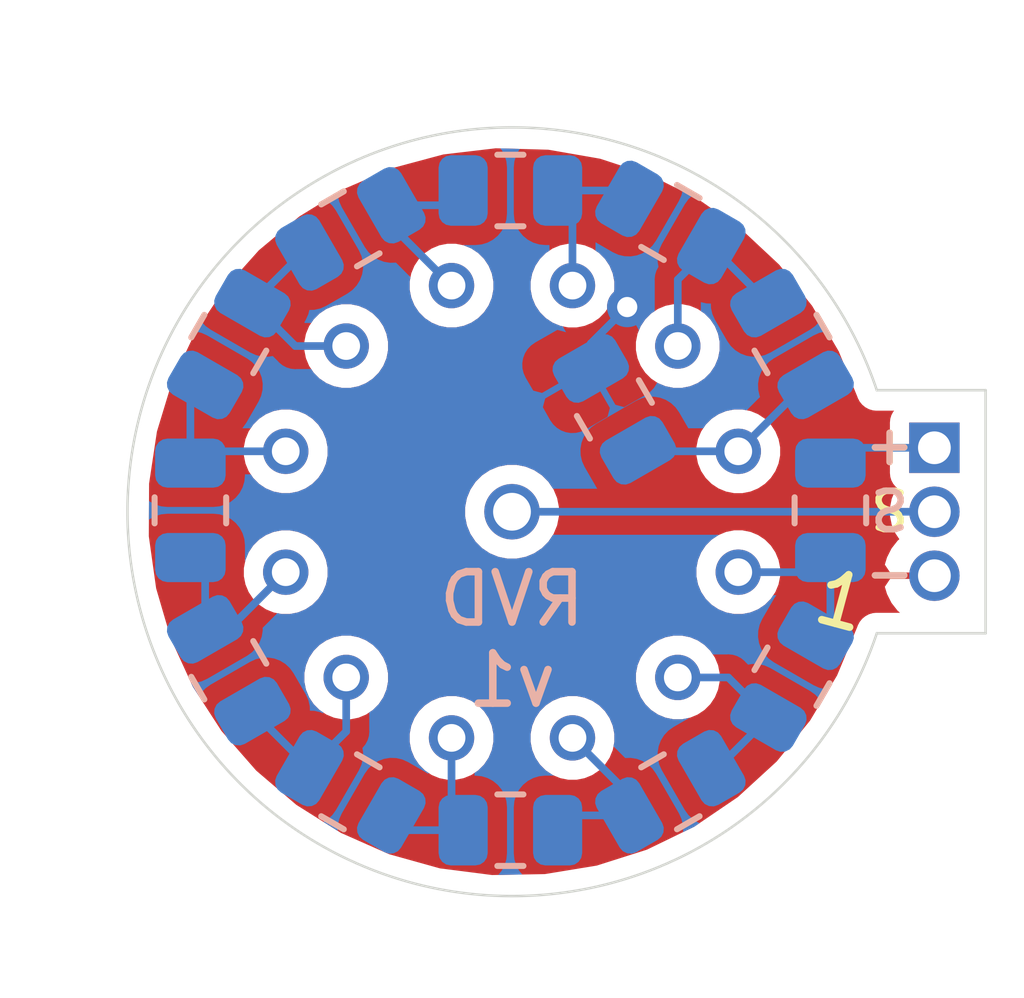
<source format=kicad_pcb>
(kicad_pcb (version 20221018) (generator pcbnew)
  (layers (0 "F.Cu" signal) (31 "B.Cu" signal) (34 "B.Paste" user) (35 "F.Paste" user) (36 "B.SilkS" user "B.Silkscreen") (37 "F.SilkS" user "F.Silkscreen") (38 "B.Mask" user) (39 "F.Mask" user) (44 "Edge.Cuts" user))
  (net 0 "")
  (net 1 "/SIGNAL")
  (net 2 "VCC")
  (net 3 "Net-(R1-Pad2)")
  (net 4 "Net-(R2-Pad2)")
  (net 5 "Net-(R3-Pad2)")
  (net 6 "Net-(R4-Pad2)")
  (net 7 "Net-(R5-Pad2)")
  (net 8 "Net-(R6-Pad2)")
  (net 9 "Net-(R7-Pad2)")
  (net 10 "Net-(R8-Pad2)")
  (net 11 "Net-(R10-Pad1)")
  (net 12 "Net-(R10-Pad2)")
  (net 13 "Net-(R11-Pad2)")
  (net 14 "Net-(R12-Pad2)")
  (net 15 "GND")
  (footprint "Grayhill_Rotary_Switch:56P30-01-1-XXN" (layer "F.Cu") (at 135.795 86.515)
    (fp_text reference "SW1" hide)
    (fp_text value "SW_Rotary12" hide)
    (pad "1" thru_hole circle (at 4.49 1.2) (size 0.9 0.9) (drill 0.55) (layers "*.Cu" "*.Mask") (net 3 "Net-(R1-Pad2)"))
    (pad "2" thru_hole circle (at 3.29 3.29) (size 0.9 0.9) (drill 0.55) (layers "*.Cu" "*.Mask") (net 4 "Net-(R2-Pad2)"))
    (pad "3" thru_hole circle (at 1.2 4.49) (size 0.9 0.9) (drill 0.55) (layers "*.Cu" "*.Mask") (net 5 "Net-(R3-Pad2)"))
    (pad "4" thru_hole circle (at -1.2 4.49) (size 0.9 0.9) (drill 0.55) (layers "*.Cu" "*.Mask") (net 6 "Net-(R4-Pad2)"))
    (pad "5" thru_hole circle (at -3.29 3.29) (size 0.9 0.9) (drill 0.55) (layers "*.Cu" "*.Mask") (net 7 "Net-(R5-Pad2)"))
    (pad "6" thru_hole circle (at -4.49 1.2) (size 0.9 0.9) (drill 0.55) (layers "*.Cu" "*.Mask") (net 8 "Net-(R6-Pad2)"))
    (pad "7" thru_hole circle (at -4.49 -1.2) (size 0.9 0.9) (drill 0.55) (layers "*.Cu" "*.Mask") (net 9 "Net-(R7-Pad2)"))
    (pad "8" thru_hole circle (at -3.29 -3.29) (size 0.9 0.9) (drill 0.55) (layers "*.Cu" "*.Mask") (net 10 "Net-(R8-Pad2)"))
    (pad "9" thru_hole circle (at -1.2 -4.49) (size 0.9 0.9) (drill 0.55) (layers "*.Cu" "*.Mask") (net 11 "Net-(R10-Pad1)"))
    (pad "10" thru_hole circle (at 1.2 -4.49) (size 0.9 0.9) (drill 0.55) (layers "*.Cu" "*.Mask") (net 12 "Net-(R10-Pad2)"))
    (pad "11" thru_hole circle (at 3.29 -3.29) (size 0.9 0.9) (drill 0.55) (layers "*.Cu" "*.Mask") (net 13 "Net-(R11-Pad2)"))
    (pad "12" thru_hole circle (at 4.49 -1.2) (size 0.9 0.9) (drill 0.55) (layers "*.Cu" "*.Mask") (net 14 "Net-(R12-Pad2)"))
    (pad "13" thru_hole circle (at 0 0) (size 1.1 1.1) (drill 0.75) (layers "*.Cu" "*.Mask") (net 1 "/SIGNAL"))
  )
  (footprint "Connector_PinHeader_1.27mm:PinHeader_1x03_P1.27mm_Vertical" (layer "B.Cu") (at 144.177 85.245 180)
    (fp_text reference "J1" hide)
    (fp_text value "Conn_01x03" hide)
    (pad "1" thru_hole rect (at 0 0 180) (size 1 1) (drill 0.65) (layers "*.Cu" "*.Mask") (net 2 "VCC"))
    (pad "2" thru_hole oval (at 0 -1.27 180) (size 1 1) (drill 0.65) (layers "*.Cu" "*.Mask") (net 1 "/SIGNAL"))
    (pad "3" thru_hole oval (at 0 -2.54 180) (size 1 1) (drill 0.65) (layers "*.Cu" "*.Mask") (net 15 "GND"))
  )
  (footprint "Resistor_SMD:R_0805_2012Metric" (layer "B.Cu") (at 141.351 89.789 -120)
    (fp_text reference "R2" hide)
    (fp_text value "1K" hide)
    (fp_line (start -0.258578 -0.71) (end 0.258578 -0.71) (stroke (width 0.12)) (layer "B.SilkS"))
    (fp_line (start -0.258578 0.71) (end 0.258578 0.71) (stroke (width 0.12)) (layer "B.SilkS"))
    (pad "1" smd roundrect (at -0.9375 0 240) (size 0.975 1.4) (layers "B.Cu" "B.Paste" "B.Mask") (net 3 "Net-(R1-Pad2)"))
    (pad "2" smd roundrect (at 0.9375 0 240) (size 0.975 1.4) (layers "B.Cu" "B.Paste" "B.Mask") (net 4 "Net-(R2-Pad2)"))
  )
  (footprint "Resistor_SMD:R_0805_2012Metric" (layer "B.Cu") (at 138.938 92.075 -150)
    (fp_text reference "R3" hide)
    (fp_text value "1K" hide)
    (fp_line (start -0.258578 -0.71) (end 0.258578 -0.71) (stroke (width 0.12)) (layer "B.SilkS"))
    (fp_line (start -0.258578 0.71) (end 0.258578 0.71) (stroke (width 0.12)) (layer "B.SilkS"))
    (pad "1" smd roundrect (at -0.9375 0 210) (size 0.975 1.4) (layers "B.Cu" "B.Paste" "B.Mask") (net 4 "Net-(R2-Pad2)"))
    (pad "2" smd roundrect (at 0.9375 0 210) (size 0.975 1.4) (layers "B.Cu" "B.Paste" "B.Mask") (net 5 "Net-(R3-Pad2)"))
  )
  (footprint "Resistor_SMD:R_0805_2012Metric" (layer "B.Cu") (at 135.763 92.837 180)
    (fp_text reference "R4" hide)
    (fp_text value "1K" hide)
    (fp_line (start -0.258578 -0.71) (end 0.258578 -0.71) (stroke (width 0.12)) (layer "B.SilkS"))
    (fp_line (start -0.258578 0.71) (end 0.258578 0.71) (stroke (width 0.12)) (layer "B.SilkS"))
    (pad "1" smd roundrect (at -0.9375 0 180) (size 0.975 1.4) (layers "B.Cu" "B.Paste" "B.Mask") (net 5 "Net-(R3-Pad2)"))
    (pad "2" smd roundrect (at 0.9375 0 180) (size 0.975 1.4) (layers "B.Cu" "B.Paste" "B.Mask") (net 6 "Net-(R4-Pad2)"))
  )
  (footprint "Resistor_SMD:R_0805_2012Metric" (layer "B.Cu") (at 132.588 92.075 150)
    (fp_text reference "R5" hide)
    (fp_text value "1K" hide)
    (fp_line (start -0.258578 -0.71) (end 0.258578 -0.71) (stroke (width 0.12)) (layer "B.SilkS"))
    (fp_line (start -0.258578 0.71) (end 0.258578 0.71) (stroke (width 0.12)) (layer "B.SilkS"))
    (pad "1" smd roundrect (at -0.9375 0 150) (size 0.975 1.4) (layers "B.Cu" "B.Paste" "B.Mask") (net 6 "Net-(R4-Pad2)"))
    (pad "2" smd roundrect (at 0.9375 0 150) (size 0.975 1.4) (layers "B.Cu" "B.Paste" "B.Mask") (net 7 "Net-(R5-Pad2)"))
  )
  (footprint "Resistor_SMD:R_0805_2012Metric" (layer "B.Cu") (at 130.175 89.662 120)
    (fp_text reference "R6" hide)
    (fp_text value "1K" hide)
    (fp_line (start -0.258578 -0.71) (end 0.258578 -0.71) (stroke (width 0.12)) (layer "B.SilkS"))
    (fp_line (start -0.258578 0.71) (end 0.258578 0.71) (stroke (width 0.12)) (layer "B.SilkS"))
    (pad "1" smd roundrect (at -0.9375 0 120) (size 0.975 1.4) (layers "B.Cu" "B.Paste" "B.Mask") (net 7 "Net-(R5-Pad2)"))
    (pad "2" smd roundrect (at 0.9375 0 120) (size 0.975 1.4) (layers "B.Cu" "B.Paste" "B.Mask") (net 8 "Net-(R6-Pad2)"))
  )
  (footprint "Resistor_SMD:R_0805_2012Metric" (layer "B.Cu") (at 130.175 83.185 60)
    (fp_text reference "R8" hide)
    (fp_text value "1K" hide)
    (fp_line (start -0.258578 -0.71) (end 0.258578 -0.71) (stroke (width 0.12)) (layer "B.SilkS"))
    (fp_line (start -0.258578 0.71) (end 0.258578 0.71) (stroke (width 0.12)) (layer "B.SilkS"))
    (pad "1" smd roundrect (at -0.9375 0 60) (size 0.975 1.4) (layers "B.Cu" "B.Paste" "B.Mask") (net 9 "Net-(R7-Pad2)"))
    (pad "2" smd roundrect (at 0.9375 0 60) (size 0.975 1.4) (layers "B.Cu" "B.Paste" "B.Mask") (net 10 "Net-(R8-Pad2)"))
  )
  (footprint "Resistor_SMD:R_0805_2012Metric" (layer "B.Cu") (at 132.588 80.899 30)
    (fp_text reference "R9" hide)
    (fp_text value "1K" hide)
    (fp_line (start -0.258578 -0.71) (end 0.258578 -0.71) (stroke (width 0.12)) (layer "B.SilkS"))
    (fp_line (start -0.258578 0.71) (end 0.258578 0.71) (stroke (width 0.12)) (layer "B.SilkS"))
    (pad "1" smd roundrect (at -0.9375 0 30) (size 0.975 1.4) (layers "B.Cu" "B.Paste" "B.Mask") (net 10 "Net-(R8-Pad2)"))
    (pad "2" smd roundrect (at 0.9375 0 30) (size 0.975 1.4) (layers "B.Cu" "B.Paste" "B.Mask") (net 11 "Net-(R10-Pad1)"))
  )
  (footprint "Resistor_SMD:R_0805_2012Metric" (layer "B.Cu") (at 135.763 80.137)
    (fp_text reference "R10" hide)
    (fp_text value "1K" hide)
    (fp_line (start -0.258578 -0.71) (end 0.258578 -0.71) (stroke (width 0.12)) (layer "B.SilkS"))
    (fp_line (start -0.258578 0.71) (end 0.258578 0.71) (stroke (width 0.12)) (layer "B.SilkS"))
    (pad "1" smd roundrect (at -0.9375 0) (size 0.975 1.4) (layers "B.Cu" "B.Paste" "B.Mask") (net 11 "Net-(R10-Pad1)"))
    (pad "2" smd roundrect (at 0.9375 0) (size 0.975 1.4) (layers "B.Cu" "B.Paste" "B.Mask") (net 12 "Net-(R10-Pad2)"))
  )
  (footprint "Resistor_SMD:R_0805_2012Metric" (layer "B.Cu") (at 138.938 80.772 -30)
    (fp_text reference "R11" hide)
    (fp_text value "1K" hide)
    (fp_line (start -0.258578 -0.71) (end 0.258578 -0.71) (stroke (width 0.12)) (layer "B.SilkS"))
    (fp_line (start -0.258578 0.71) (end 0.258578 0.71) (stroke (width 0.12)) (layer "B.SilkS"))
    (pad "1" smd roundrect (at -0.9375 0 330) (size 0.975 1.4) (layers "B.Cu" "B.Paste" "B.Mask") (net 12 "Net-(R10-Pad2)"))
    (pad "2" smd roundrect (at 0.9375 0 330) (size 0.975 1.4) (layers "B.Cu" "B.Paste" "B.Mask") (net 13 "Net-(R11-Pad2)"))
  )
  (footprint "Resistor_SMD:R_0805_2012Metric" (layer "B.Cu") (at 141.351 83.185 -60)
    (fp_text reference "R12" hide)
    (fp_text value "1K" hide)
    (fp_line (start -0.258578 -0.71) (end 0.258578 -0.71) (stroke (width 0.12)) (layer "B.SilkS"))
    (fp_line (start -0.258578 0.71) (end 0.258578 0.71) (stroke (width 0.12)) (layer "B.SilkS"))
    (pad "1" smd roundrect (at -0.9375 0 300) (size 0.975 1.4) (layers "B.Cu" "B.Paste" "B.Mask") (net 13 "Net-(R11-Pad2)"))
    (pad "2" smd roundrect (at 0.9375 0 300) (size 0.975 1.4) (layers "B.Cu" "B.Paste" "B.Mask") (net 14 "Net-(R12-Pad2)"))
  )
  (footprint "Resistor_SMD:R_0805_2012Metric" (layer "B.Cu") (at 142.113 86.487 -90)
    (fp_text reference "R1" hide)
    (fp_text value "1K" hide)
    (fp_line (start -0.258578 -0.71) (end 0.258578 -0.71) (stroke (width 0.12)) (layer "B.SilkS"))
    (fp_line (start -0.258578 0.71) (end 0.258578 0.71) (stroke (width 0.12)) (layer "B.SilkS"))
    (pad "1" smd roundrect (at -0.9375 0 270) (size 0.975 1.4) (layers "B.Cu" "B.Paste" "B.Mask") (net 2 "VCC"))
    (pad "2" smd roundrect (at 0.9375 0 270) (size 0.975 1.4) (layers "B.Cu" "B.Paste" "B.Mask") (net 3 "Net-(R1-Pad2)"))
  )
  (footprint "Resistor_SMD:R_0805_2012Metric" (layer "B.Cu") (at 129.413 86.487 90)
    (fp_text reference "R7" hide)
    (fp_text value "1K" hide)
    (fp_line (start -0.258578 -0.71) (end 0.258578 -0.71) (stroke (width 0.12)) (layer "B.SilkS"))
    (fp_line (start -0.258578 0.71) (end 0.258578 0.71) (stroke (width 0.12)) (layer "B.SilkS"))
    (pad "1" smd roundrect (at -0.9375 0 90) (size 0.975 1.4) (layers "B.Cu" "B.Paste" "B.Mask") (net 8 "Net-(R6-Pad2)"))
    (pad "2" smd roundrect (at 0.9375 0 90) (size 0.975 1.4) (layers "B.Cu" "B.Paste" "B.Mask") (net 9 "Net-(R7-Pad2)"))
  )
  (footprint "Resistor_SMD:R_0805_2012Metric" (layer "B.Cu") (at 137.827 84.483 120)
    (fp_text reference "R13" hide)
    (fp_text value "1K" hide)
    (fp_line (start -0.258578 -0.71) (end 0.258578 -0.71) (stroke (width 0.12)) (layer "B.SilkS"))
    (fp_line (start -0.258578 0.71) (end 0.258578 0.71) (stroke (width 0.12)) (layer "B.SilkS"))
    (pad "1" smd roundrect (at -0.9375 0 120) (size 0.975 1.4) (layers "B.Cu" "B.Paste" "B.Mask") (net 14 "Net-(R12-Pad2)"))
    (pad "2" smd roundrect (at 0.9375 0 120) (size 0.975 1.4) (layers "B.Cu" "B.Paste" "B.Mask") (net 15 "GND"))
  )
  (gr_line (start 143.034 88.928) (end 145.193 88.928) (stroke (width 0.05)) (layer "Edge.Cuts"))
  (gr_line (start 145.193 84.102) (end 143.034 84.102) (stroke (width 0.05)) (layer "Edge.Cuts"))
  (gr_arc (start 143.033999 88.928) (mid 128.164425 86.515) (end 143.033999 84.102001) (stroke (width 0.05)) (layer "Edge.Cuts"))
  (gr_line (start 145.193 88.928) (end 145.193 84.102) (stroke (width 0.05)) (layer "Edge.Cuts"))
  (gr_text "+" (at 143.288 85.1815) (layer "B.SilkS") (effects (font (size 0.762 0.762) (thickness 0.127)) (justify mirror)))
  (gr_text "-" (at 143.288 87.7215) (layer "B.SilkS") (effects (font (size 0.762 0.762) (thickness 0.127)) (justify mirror)))
  (gr_text "S" (at 143.288 86.515) (layer "B.SilkS") (effects (font (size 0.762 0.762) (thickness 0.127)) (justify mirror)))
  (gr_text "RVD\nv1" (at 135.795 89.055) (layer "B.SilkS") (effects (font (size 1 1)) (justify mirror)))
  (gr_text "S" (at 143.288 86.515) (layer "F.SilkS") (effects (font (size 0.762 0.762) (thickness 0.127))))
  (gr_text "+" (at 143.288 85.1815) (layer "F.SilkS") (effects (font (size 0.762 0.762) (thickness 0.127))))
  (gr_text "-" (at 143.288 87.7215) (layer "F.SilkS") (effects (font (size 0.762 0.762) (thickness 0.127))))
  (gr_text "1" (at 142.3355 88.293 -15) (layer "F.SilkS") (effects (font (size 1 1))))
  (segment (start 135.795 86.515) (end 144.177 86.515) (width 0.1524) (layer "B.Cu") (net 1))
  (segment (start 142.4175 85.245) (end 142.113 85.5495) (width 0.1524) (layer "B.Cu") (net 2))
  (segment (start 144.177 85.245) (end 142.4175 85.245) (width 0.1524) (layer "B.Cu") (net 2))
  (segment (start 140.285 87.715) (end 141.8225 87.715) (width 0.1524) (layer "B.Cu") (net 3))
  (segment (start 141.8225 87.715) (end 142.113 87.4245) (width 0.1524) (layer "B.Cu") (net 3))
  (segment (start 142.113 87.4245) (end 142.113 88.683851) (width 0.1524) (layer "B.Cu") (net 3))
  (segment (start 142.113 88.683851) (end 141.81975 88.977101) (width 0.1524) (layer "B.Cu") (net 3))
  (segment (start 140.88225 90.600899) (end 139.876899 91.60625) (width 0.1524) (layer "B.Cu") (net 4))
  (segment (start 139.876899 91.60625) (end 139.749899 91.60625) (width 0.1524) (layer "B.Cu") (net 4))
  (segment (start 140.086351 89.805) (end 140.88225 90.600899) (width 0.1524) (layer "B.Cu") (net 4))
  (segment (start 139.085 89.805) (end 140.086351 89.805) (width 0.1524) (layer "B.Cu") (net 4))
  (segment (start 138.126101 92.54375) (end 136.99375 92.54375) (width 0.1524) (layer "B.Cu") (net 5))
  (segment (start 136.99375 92.54375) (end 136.7005 92.837) (width 0.1524) (layer "B.Cu") (net 5))
  (segment (start 136.995 91.005) (end 138.126101 92.136101) (width 0.1524) (layer "B.Cu") (net 5))
  (segment (start 138.126101 92.136101) (end 138.126101 92.54375) (width 0.1524) (layer "B.Cu") (net 5))
  (segment (start 134.595 92.6065) (end 134.8255 92.837) (width 0.1524) (layer "B.Cu") (net 6))
  (segment (start 133.693149 92.837) (end 133.399899 92.54375) (width 0.1524) (layer "B.Cu") (net 6))
  (segment (start 134.8255 92.837) (end 133.693149 92.837) (width 0.1524) (layer "B.Cu") (net 6))
  (segment (start 134.595 91.005) (end 134.595 92.6065) (width 0.1524) (layer "B.Cu") (net 6))
  (segment (start 132.505 89.805) (end 132.505 90.877351) (width 0.1524) (layer "B.Cu") (net 7))
  (segment (start 132.505 90.877351) (end 131.776101 91.60625) (width 0.1524) (layer "B.Cu") (net 7))
  (segment (start 131.776101 91.60625) (end 130.64375 90.473899) (width 0.1524) (layer "B.Cu") (net 7))
  (segment (start 130.169899 88.850101) (end 129.70625 88.850101) (width 0.1524) (layer "B.Cu") (net 8))
  (segment (start 131.305 87.715) (end 130.169899 88.850101) (width 0.1524) (layer "B.Cu") (net 8))
  (segment (start 129.70625 87.71775) (end 129.413 87.4245) (width 0.1524) (layer "B.Cu") (net 8))
  (segment (start 129.70625 88.850101) (end 129.70625 87.71775) (width 0.1524) (layer "B.Cu") (net 8))
  (segment (start 129.413 85.5495) (end 129.413 84.290149) (width 0.1524) (layer "B.Cu") (net 9))
  (segment (start 129.6475 85.315) (end 129.413 85.5495) (width 0.1524) (layer "B.Cu") (net 9))
  (segment (start 131.305 85.315) (end 129.6475 85.315) (width 0.1524) (layer "B.Cu") (net 9))
  (segment (start 129.413 84.290149) (end 129.70625 83.996899) (width 0.1524) (layer "B.Cu") (net 9))
  (segment (start 131.649101 81.36775) (end 131.776101 81.36775) (width 0.1524) (layer "B.Cu") (net 10))
  (segment (start 130.64375 82.373101) (end 131.649101 81.36775) (width 0.1524) (layer "B.Cu") (net 10))
  (segment (start 131.495649 83.225) (end 130.64375 82.373101) (width 0.1524) (layer "B.Cu") (net 10))
  (segment (start 132.505 83.225) (end 131.495649 83.225) (width 0.1524) (layer "B.Cu") (net 10))
  (segment (start 133.399899 80.829899) (end 133.399899 80.43025) (width 0.1524) (layer "B.Cu") (net 11))
  (segment (start 134.595 82.025) (end 133.399899 80.829899) (width 0.1524) (layer "B.Cu") (net 11))
  (segment (start 134.53225 80.43025) (end 134.8255 80.137) (width 0.1524) (layer "B.Cu") (net 11))
  (segment (start 133.399899 80.43025) (end 134.53225 80.43025) (width 0.1524) (layer "B.Cu") (net 11))
  (segment (start 137.959851 80.137) (end 138.126101 80.30325) (width 0.1524) (layer "B.Cu") (net 12))
  (segment (start 136.995 82.025) (end 136.995 80.4315) (width 0.1524) (layer "B.Cu") (net 12))
  (segment (start 136.995 80.4315) (end 136.7005 80.137) (width 0.1524) (layer "B.Cu") (net 12))
  (segment (start 136.7005 80.137) (end 137.959851 80.137) (width 0.1524) (layer "B.Cu") (net 12))
  (segment (start 139.085 83.225) (end 139.085 81.905649) (width 0.1524) (layer "B.Cu") (net 13))
  (segment (start 139.085 81.905649) (end 139.749899 81.24075) (width 0.1524) (layer "B.Cu") (net 13))
  (segment (start 139.749899 81.24075) (end 140.88225 82.373101) (width 0.1524) (layer "B.Cu") (net 13))
  (segment (start 140.285 85.315) (end 141.603101 83.996899) (width 0.1524) (layer "B.Cu") (net 14))
  (segment (start 141.603101 83.996899) (end 141.81975 83.996899) (width 0.1524) (layer "B.Cu") (net 14))
  (segment (start 140.285 85.315) (end 138.315851 85.315) (width 0.1524) (layer "B.Cu") (net 14))
  (segment (start 138.315851 85.315) (end 138.29575 85.294899) (width 0.1524) (layer "B.Cu") (net 14))
  (via (at 138.081 82.451) (size 0.8) (drill 0.4) (layers "F.Cu" "B.Cu") (net 15))
  (segment (start 137.35825 83.17375) (end 138.081 82.451) (width 0.1524) (layer "B.Cu") (net 15))
  (segment (start 137.35825 83.671101) (end 137.35825 83.17375) (width 0.1524) (layer "B.Cu") (net 15))
  (zone (net 15) (net_name "GND") (layer "F.Cu") (connect_pads (clearance 0.254)) (min_thickness 0.254) (fill yes (thermal_gap 0.381) (thermal_bridge_width 0.381))
    (polygon (pts (xy 145.955 96.167) (xy 125.635 96.167) (xy 125.635 76.355) (xy 145.955 76.355)))
  )
  (zone (net 15) (net_name "GND") (layer "B.Cu") (connect_pads (clearance 0.254)) (min_thickness 0.254) (fill yes (thermal_gap 0.381) (thermal_bridge_width 0.381))
    (polygon (pts (xy 145.955 96.167) (xy 125.635 96.167) (xy 125.635 76.355) (xy 145.955 76.355)))
  )
)
</source>
